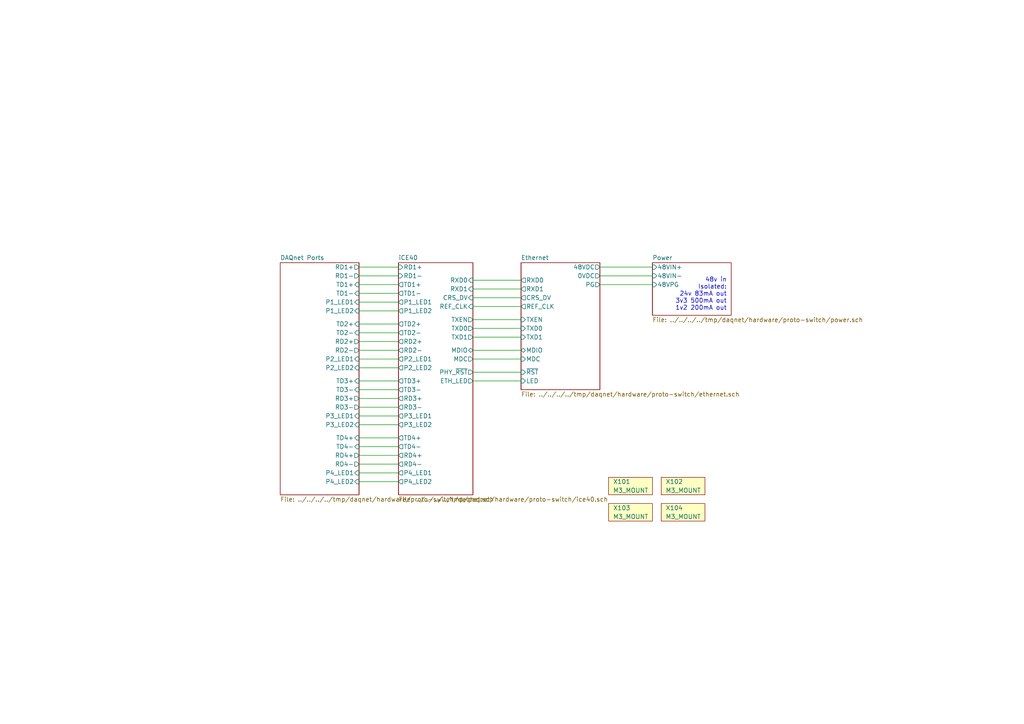
<source format=kicad_sch>
(kicad_sch (version 20230121) (generator eeschema)
  (paper "A4")
  (title_block (title "DAQnet Switch Prototype") (date "2018-11-24") (rev "1") (comment 1 "Drawn by: Adam Greig"))
  (lib_symbols
    (symbol "proto-switch-rescue:PART-agg" (pin_names (offset 1.016))
      (property "Reference" "X" (at 1.27 2.54 0))
      (property "Value" "agg_PART" (at 1.27 0 0))
      (symbol "PART-agg_0_1"
        (rectangle (start 0 3.81) (end 12.7 -1.27) (fill (type background)))
      )
    )
  )
  (wire (pts (xy 137.16 86.36) (xy 151.13 86.36)))
  (wire (pts (xy 104.14 93.98) (xy 115.57 93.98)))
  (wire (pts (xy 104.14 137.16) (xy 115.57 137.16)))
  (wire (pts (xy 115.57 113.03) (xy 104.14 113.03)))
  (wire (pts (xy 104.14 127) (xy 115.57 127)))
  (wire (pts (xy 115.57 123.19) (xy 104.14 123.19)))
  (wire (pts (xy 137.16 92.71) (xy 151.13 92.71)))
  (wire (pts (xy 104.14 87.63) (xy 115.57 87.63)))
  (wire (pts (xy 104.14 99.06) (xy 115.57 99.06)))
  (wire (pts (xy 173.99 77.47) (xy 189.23 77.47)))
  (wire (pts (xy 151.13 107.95) (xy 137.16 107.95)))
  (wire (pts (xy 104.14 80.01) (xy 115.57 80.01)))
  (wire (pts (xy 151.13 101.6) (xy 137.16 101.6)))
  (wire (pts (xy 115.57 90.17) (xy 104.14 90.17)))
  (wire (pts (xy 104.14 115.57) (xy 115.57 115.57)))
  (wire (pts (xy 137.16 97.79) (xy 151.13 97.79)))
  (wire (pts (xy 115.57 101.6) (xy 104.14 101.6)))
  (wire (pts (xy 151.13 88.9) (xy 137.16 88.9)))
  (wire (pts (xy 115.57 118.11) (xy 104.14 118.11)))
  (wire (pts (xy 115.57 139.7) (xy 104.14 139.7)))
  (wire (pts (xy 104.14 82.55) (xy 115.57 82.55)))
  (wire (pts (xy 137.16 81.28) (xy 151.13 81.28)))
  (wire (pts (xy 151.13 83.82) (xy 137.16 83.82)))
  (wire (pts (xy 104.14 120.65) (xy 115.57 120.65)))
  (wire (pts (xy 104.14 132.08) (xy 115.57 132.08)))
  (wire (pts (xy 173.99 82.55) (xy 189.23 82.55)))
  (wire (pts (xy 115.57 106.68) (xy 104.14 106.68)))
  (wire (pts (xy 151.13 95.25) (xy 137.16 95.25)))
  (wire (pts (xy 104.14 110.49) (xy 115.57 110.49)))
  (wire (pts (xy 115.57 96.52) (xy 104.14 96.52)))
  (wire (pts (xy 173.99 80.01) (xy 189.23 80.01)))
  (wire (pts (xy 104.14 104.14) (xy 115.57 104.14)))
  (wire (pts (xy 115.57 129.54) (xy 104.14 129.54)))
  (wire (pts (xy 104.14 77.47) (xy 115.57 77.47)))
  (wire (pts (xy 115.57 134.62) (xy 104.14 134.62)))
  (wire (pts (xy 115.57 85.09) (xy 104.14 85.09)))
  (wire (pts (xy 137.16 104.14) (xy 151.13 104.14)))
  (wire (pts (xy 137.16 110.49) (xy 151.13 110.49)))
  (text "48v in\nIsolated:\n24v 83mA out\n3v3 500mA out\n1v2 200mA out" (at 210.82 90.17 0) (effects (font (size 1.27 1.27)) (justify right bottom)))
  (symbol (lib_id "proto-switch-rescue:PART-agg") (at 176.53 142.24 0) (unit 1)
    (property "Reference" "X101" (at 177.8 139.7 0) (effects (justify left)))
    (property "Value" "M3_MOUNT" (at 177.8 142.24 0) (effects (justify left)))
    (property "Footprint" "agg:M3_MOUNT" (effects hide))
  )
  (symbol (lib_id "proto-switch-rescue:PART-agg") (at 191.77 142.24 0) (unit 1)
    (property "Reference" "X102" (at 193.04 139.7 0) (effects (justify left)))
    (property "Value" "M3_MOUNT" (at 193.04 142.24 0) (effects (justify left)))
    (property "Footprint" "agg:M3_MOUNT" (effects hide))
  )
  (symbol (lib_id "proto-switch-rescue:PART-agg") (at 191.77 149.86 0) (unit 1)
    (property "Reference" "X104" (at 193.04 147.32 0) (effects (justify left)))
    (property "Value" "M3_MOUNT" (at 193.04 149.86 0) (effects (justify left)))
    (property "Footprint" "agg:M3_MOUNT" (effects hide))
  )
  (symbol (lib_id "proto-switch-rescue:PART-agg") (at 176.53 149.86 0) (unit 1)
    (property "Reference" "X103" (at 177.8 147.32 0) (effects (justify left)))
    (property "Value" "M3_MOUNT" (at 177.8 149.86 0) (effects (justify left)))
    (property "Footprint" "agg:M3_MOUNT" (effects hide))
  )
  (sheet (at 115.57 76.2) (size 21.59 67.31)
    (property "Sheetname" "iCE40" (at 115.57 75.4884 0) (effects (justify left bottom)))
    (property "Sheetfile" "../../../../tmp/daqnet/hardware/proto-switch/ice40.sch" (at 115.57 144.0946 0) (effects (justify left top)))
    (pin "RD1+" input (at 115.57 77.47 180))
    (pin "RD1-" input (at 115.57 80.01 180))
    (pin "TD1+" output (at 115.57 82.55 180))
    (pin "TD1-" output (at 115.57 85.09 180))
    (pin "TD2+" output (at 115.57 93.98 180))
    (pin "TD2-" output (at 115.57 96.52 180))
    (pin "TD3+" output (at 115.57 110.49 180))
    (pin "TD3-" output (at 115.57 113.03 180))
    (pin "TD4+" output (at 115.57 127 180))
    (pin "TD4-" output (at 115.57 129.54 180))
    (pin "RD2+" output (at 115.57 99.06 180))
    (pin "RD2-" output (at 115.57 101.6 180))
    (pin "RD3+" output (at 115.57 115.57 180))
    (pin "RD3-" output (at 115.57 118.11 180))
    (pin "RD4+" output (at 115.57 132.08 180))
    (pin "RD4-" output (at 115.57 134.62 180))
    (pin "P1_LED1" output (at 115.57 87.63 180))
    (pin "P1_LED2" output (at 115.57 90.17 180))
    (pin "P2_LED1" output (at 115.57 104.14 180))
    (pin "P2_LED2" output (at 115.57 106.68 180))
    (pin "P3_LED1" output (at 115.57 120.65 180))
    (pin "P3_LED2" output (at 115.57 123.19 180))
    (pin "P4_LED1" output (at 115.57 137.16 180))
    (pin "P4_LED2" output (at 115.57 139.7 180))
    (pin "RXD0" input (at 137.16 81.28 0))
    (pin "RXD1" input (at 137.16 83.82 0))
    (pin "CRS_DV" input (at 137.16 86.36 0))
    (pin "REF_CLK" input (at 137.16 88.9 0))
    (pin "TXEN" output (at 137.16 92.71 0))
    (pin "TXD0" output (at 137.16 95.25 0))
    (pin "TXD1" output (at 137.16 97.79 0))
    (pin "MDIO" bidirectional (at 137.16 101.6 0))
    (pin "MDC" output (at 137.16 104.14 0))
    (pin "PHY_~{RST}" output (at 137.16 107.95 0))
    (pin "ETH_LED" output (at 137.16 110.49 0))
  )
  (sheet (at 151.13 76.2) (size 22.86 36.83)
    (property "Sheetname" "Ethernet" (at 151.13 75.4884 0) (effects (justify left bottom)))
    (property "Sheetfile" "../../../../tmp/daqnet/hardware/proto-switch/ethernet.sch" (at 151.13 113.6146 0) (effects (justify left top)))
    (pin "RXD1" output (at 151.13 83.82 180))
    (pin "RXD0" output (at 151.13 81.28 180))
    (pin "CRS_DV" output (at 151.13 86.36 180))
    (pin "REF_CLK" output (at 151.13 88.9 180))
    (pin "TXEN" input (at 151.13 92.71 180))
    (pin "TXD0" input (at 151.13 95.25 180))
    (pin "TXD1" input (at 151.13 97.79 180))
    (pin "MDIO" bidirectional (at 151.13 101.6 180))
    (pin "MDC" input (at 151.13 104.14 180))
    (pin "~{RST}" input (at 151.13 107.95 180))
    (pin "48VDC" output (at 173.99 77.47 0))
    (pin "PG" output (at 173.99 82.55 0))
    (pin "0VDC" output (at 173.99 80.01 0))
    (pin "LED" input (at 151.13 110.49 180))
  )
  (sheet (at 81.28 76.2) (size 22.86 67.31)
    (property "Sheetname" "DAQnet Ports" (at 81.28 75.4884 0) (effects (justify left bottom)))
    (property "Sheetfile" "../../../../tmp/daqnet/hardware/proto-switch/daqnet.sch" (at 81.28 144.0946 0) (effects (justify left top)))
    (pin "P1_LED1" input (at 104.14 87.63 0))
    (pin "P1_LED2" input (at 104.14 90.17 0))
    (pin "TD1-" input (at 104.14 85.09 0))
    (pin "TD1+" input (at 104.14 82.55 0))
    (pin "RD1-" output (at 104.14 80.01 0))
    (pin "RD1+" output (at 104.14 77.47 0))
    (pin "P2_LED1" input (at 104.14 104.14 0))
    (pin "P2_LED2" input (at 104.14 106.68 0))
    (pin "TD2-" input (at 104.14 96.52 0))
    (pin "TD2+" input (at 104.14 93.98 0))
    (pin "RD2-" output (at 104.14 101.6 0))
    (pin "RD2+" output (at 104.14 99.06 0))
    (pin "P3_LED1" input (at 104.14 120.65 0))
    (pin "P3_LED2" input (at 104.14 123.19 0))
    (pin "TD3-" input (at 104.14 113.03 0))
    (pin "TD3+" input (at 104.14 110.49 0))
    (pin "RD3-" output (at 104.14 118.11 0))
    (pin "RD3+" output (at 104.14 115.57 0))
    (pin "P4_LED1" input (at 104.14 137.16 0))
    (pin "P4_LED2" input (at 104.14 139.7 0))
    (pin "TD4-" input (at 104.14 129.54 0))
    (pin "TD4+" input (at 104.14 127 0))
    (pin "RD4-" output (at 104.14 134.62 0))
    (pin "RD4+" output (at 104.14 132.08 0))
  )
  (sheet (at 189.23 76.2) (size 22.86 15.24)
    (property "Sheetname" "Power" (at 189.23 75.4884 0) (effects (justify left bottom)))
    (property "Sheetfile" "../../../../tmp/daqnet/hardware/proto-switch/power.sch" (at 189.23 92.0246 0) (effects (justify left top)))
    (pin "48VIN+" input (at 189.23 77.47 180))
    (pin "48VIN-" input (at 189.23 80.01 180))
    (pin "48VPG" input (at 189.23 82.55 180))
  )
)
</source>
